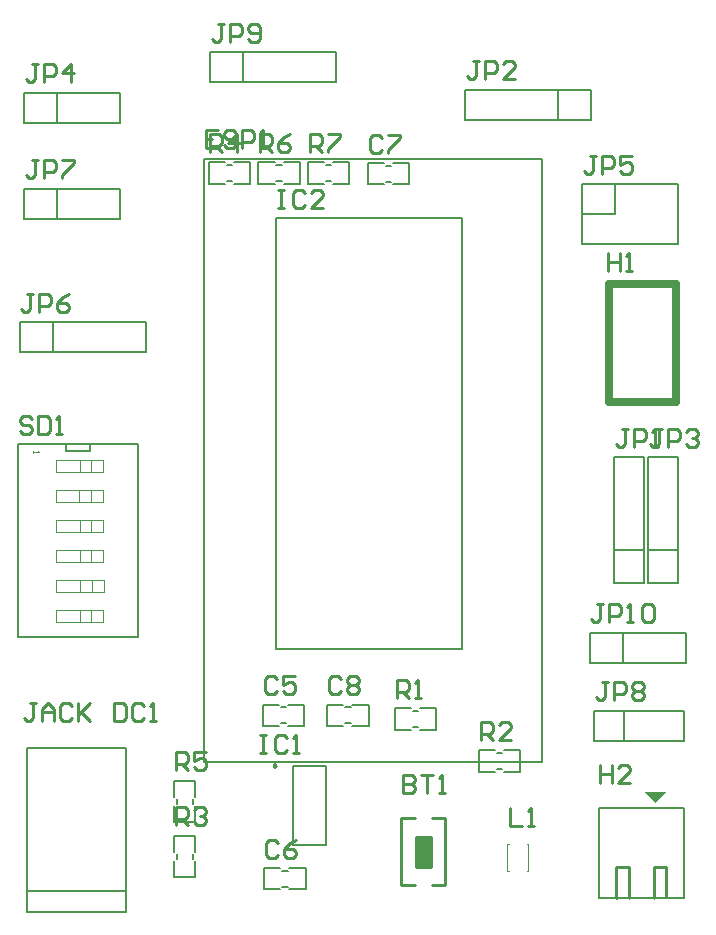
<source format=gto>
G04*
G04 #@! TF.GenerationSoftware,Altium Limited,Altium Designer,22.10.1 (41)*
G04*
G04 Layer_Color=65535*
%FSLAX44Y44*%
%MOMM*%
G71*
G04*
G04 #@! TF.SameCoordinates,8F1CFC92-A969-465F-A5A2-9E5291BB03E1*
G04*
G04*
G04 #@! TF.FilePolarity,Positive*
G04*
G01*
G75*
%ADD10C,0.2500*%
%ADD11C,0.2540*%
%ADD12C,0.2000*%
%ADD13C,0.0381*%
%ADD14C,0.1778*%
%ADD15C,0.1016*%
%ADD16C,0.6350*%
%ADD17R,1.2700X2.5400*%
G36*
X556387Y115443D02*
X538353D01*
X547243Y106553D01*
Y106299D01*
X556387Y115443D01*
D02*
G37*
D10*
X226250Y137640D02*
X224375Y138723D01*
Y136558D01*
X226250Y137640D01*
D11*
X514350Y26162D02*
X514096Y25908D01*
Y26416D02*
X514350Y26162D01*
X556260Y51562D02*
X556006Y51816D01*
X331978Y36576D02*
X343408D01*
X357632D02*
X369062D01*
Y92964D01*
X331978Y36576D02*
Y92964D01*
X344170Y52070D02*
Y77470D01*
X356870D01*
Y52070D02*
Y77470D01*
X344170Y52070D02*
X356870D01*
X331978Y92964D02*
X343408D01*
X357632D02*
X369062D01*
X514096Y26416D02*
Y51562D01*
X524510D01*
Y25654D02*
Y51562D01*
X546100Y25908D02*
Y51816D01*
X556514D01*
Y26416D02*
Y51816D01*
X24381Y731261D02*
X19302D01*
X21841D01*
Y718565D01*
X19302Y716026D01*
X16763D01*
X14224Y718565D01*
X29459Y716026D02*
Y731261D01*
X37077D01*
X39616Y728722D01*
Y723643D01*
X37077Y721104D01*
X29459D01*
X52312Y716026D02*
Y731261D01*
X44694Y723643D01*
X54851D01*
X503171Y274061D02*
X498092D01*
X500631D01*
Y261365D01*
X498092Y258826D01*
X495553D01*
X493014Y261365D01*
X508249Y258826D02*
Y274061D01*
X515867D01*
X518406Y271522D01*
Y266444D01*
X515867Y263904D01*
X508249D01*
X523484Y258826D02*
X528563D01*
X526023D01*
Y274061D01*
X523484Y271522D01*
X536180D02*
X538719Y274061D01*
X543798D01*
X546337Y271522D01*
Y261365D01*
X543798Y258826D01*
X538719D01*
X536180Y261365D01*
Y271522D01*
X19301Y431288D02*
X16761Y433827D01*
X11683D01*
X9144Y431288D01*
Y428749D01*
X11683Y426209D01*
X16761D01*
X19301Y423670D01*
Y421131D01*
X16761Y418592D01*
X11683D01*
X9144Y421131D01*
X24379Y433827D02*
Y418592D01*
X31997D01*
X34536Y421131D01*
Y431288D01*
X31997Y433827D01*
X24379D01*
X39614Y418592D02*
X44693D01*
X42153D01*
Y433827D01*
X39614Y431288D01*
X254508Y657098D02*
Y672333D01*
X262125D01*
X264665Y669794D01*
Y664715D01*
X262125Y662176D01*
X254508D01*
X259586D02*
X264665Y657098D01*
X269743Y672333D02*
X279900D01*
Y669794D01*
X269743Y659637D01*
Y657098D01*
X212344D02*
Y672333D01*
X219961D01*
X222501Y669794D01*
Y664715D01*
X219961Y662176D01*
X212344D01*
X217422D02*
X222501Y657098D01*
X237736Y672333D02*
X232657Y669794D01*
X227579Y664715D01*
Y659637D01*
X230118Y657098D01*
X235197D01*
X237736Y659637D01*
Y662176D01*
X235197Y664715D01*
X227579D01*
X140970Y133604D02*
Y148839D01*
X148588D01*
X151127Y146300D01*
Y141222D01*
X148588Y138682D01*
X140970D01*
X146048D02*
X151127Y133604D01*
X166362Y148839D02*
X156205D01*
Y141222D01*
X161283Y143761D01*
X163823D01*
X166362Y141222D01*
Y136143D01*
X163823Y133604D01*
X158744D01*
X156205Y136143D01*
X170434Y657098D02*
Y672333D01*
X178051D01*
X180591Y669794D01*
Y664715D01*
X178051Y662176D01*
X170434D01*
X175512D02*
X180591Y657098D01*
X193287D02*
Y672333D01*
X185669Y664715D01*
X195826D01*
X141070Y87122D02*
Y102357D01*
X148688D01*
X151227Y99818D01*
Y94740D01*
X148688Y92200D01*
X141070D01*
X146148D02*
X151227Y87122D01*
X156305Y99818D02*
X158844Y102357D01*
X163923D01*
X166462Y99818D01*
Y97279D01*
X163923Y94740D01*
X161383D01*
X163923D01*
X166462Y92200D01*
Y89661D01*
X163923Y87122D01*
X158844D01*
X156305Y89661D01*
X399288Y159258D02*
Y174493D01*
X406906D01*
X409445Y171954D01*
Y166875D01*
X406906Y164336D01*
X399288D01*
X404366D02*
X409445Y159258D01*
X424680D02*
X414523D01*
X424680Y169415D01*
Y171954D01*
X422141Y174493D01*
X417062D01*
X414523Y171954D01*
X328168Y194818D02*
Y210053D01*
X335785D01*
X338325Y207514D01*
Y202435D01*
X335785Y199896D01*
X328168D01*
X333246D02*
X338325Y194818D01*
X343403D02*
X348481D01*
X345942D01*
Y210053D01*
X343403Y207514D01*
X423672Y101341D02*
Y86106D01*
X433829D01*
X438907D02*
X443985D01*
X441446D01*
Y101341D01*
X438907Y98802D01*
X181861Y765551D02*
X176782D01*
X179321D01*
Y752855D01*
X176782Y750316D01*
X174243D01*
X171704Y752855D01*
X186939Y750316D02*
Y765551D01*
X194557D01*
X197096Y763012D01*
Y757934D01*
X194557Y755394D01*
X186939D01*
X202174Y752855D02*
X204713Y750316D01*
X209792D01*
X212331Y752855D01*
Y763012D01*
X209792Y765551D01*
X204713D01*
X202174Y763012D01*
Y760473D01*
X204713Y757934D01*
X212331D01*
X506981Y208021D02*
X501902D01*
X504441D01*
Y195325D01*
X501902Y192786D01*
X499363D01*
X496824Y195325D01*
X512059Y192786D02*
Y208021D01*
X519677D01*
X522216Y205482D01*
Y200403D01*
X519677Y197864D01*
X512059D01*
X527294Y205482D02*
X529833Y208021D01*
X534912D01*
X537451Y205482D01*
Y202943D01*
X534912Y200403D01*
X537451Y197864D01*
Y195325D01*
X534912Y192786D01*
X529833D01*
X527294Y195325D01*
Y197864D01*
X529833Y200403D01*
X527294Y202943D01*
Y205482D01*
X529833Y200403D02*
X534912D01*
X24381Y649981D02*
X19302D01*
X21841D01*
Y637285D01*
X19302Y634746D01*
X16763D01*
X14224Y637285D01*
X29459Y634746D02*
Y649981D01*
X37077D01*
X39616Y647442D01*
Y642364D01*
X37077Y639824D01*
X29459D01*
X44694Y649981D02*
X54851D01*
Y647442D01*
X44694Y637285D01*
Y634746D01*
X20571Y536951D02*
X15492D01*
X18032D01*
Y524255D01*
X15492Y521716D01*
X12953D01*
X10414Y524255D01*
X25649Y521716D02*
Y536951D01*
X33267D01*
X35806Y534412D01*
Y529333D01*
X33267Y526794D01*
X25649D01*
X51041Y536951D02*
X45963Y534412D01*
X40884Y529333D01*
Y524255D01*
X43423Y521716D01*
X48502D01*
X51041Y524255D01*
Y526794D01*
X48502Y529333D01*
X40884D01*
X496821Y653791D02*
X491742D01*
X494282D01*
Y641095D01*
X491742Y638556D01*
X489203D01*
X486664Y641095D01*
X501899Y638556D02*
Y653791D01*
X509517D01*
X512056Y651252D01*
Y646173D01*
X509517Y643634D01*
X501899D01*
X527291Y653791D02*
X517134D01*
Y646173D01*
X522212Y648713D01*
X524752D01*
X527291Y646173D01*
Y641095D01*
X524752Y638556D01*
X519673D01*
X517134Y641095D01*
X552701Y422651D02*
X547622D01*
X550162D01*
Y409955D01*
X547622Y407416D01*
X545083D01*
X542544Y409955D01*
X557779Y407416D02*
Y422651D01*
X565397D01*
X567936Y420112D01*
Y415033D01*
X565397Y412494D01*
X557779D01*
X573014Y420112D02*
X575553Y422651D01*
X580632D01*
X583171Y420112D01*
Y417573D01*
X580632Y415033D01*
X578092D01*
X580632D01*
X583171Y412494D01*
Y409955D01*
X580632Y407416D01*
X575553D01*
X573014Y409955D01*
X397761Y733801D02*
X392682D01*
X395221D01*
Y721105D01*
X392682Y718566D01*
X390143D01*
X387604Y721105D01*
X402839Y718566D02*
Y733801D01*
X410457D01*
X412996Y731262D01*
Y726183D01*
X410457Y723644D01*
X402839D01*
X428231Y718566D02*
X418074D01*
X428231Y728723D01*
Y731262D01*
X425692Y733801D01*
X420613D01*
X418074Y731262D01*
X523999Y422905D02*
X518920D01*
X521460D01*
Y410209D01*
X518920Y407670D01*
X516381D01*
X513842Y410209D01*
X529077Y407670D02*
Y422905D01*
X536695D01*
X539234Y420366D01*
Y415288D01*
X536695Y412748D01*
X529077D01*
X544312Y407670D02*
X549390D01*
X546851D01*
Y422905D01*
X544312Y420366D01*
X23111Y190241D02*
X18032D01*
X20571D01*
Y177545D01*
X18032Y175006D01*
X15493D01*
X12954Y177545D01*
X28189Y175006D02*
Y185163D01*
X33267Y190241D01*
X38346Y185163D01*
Y175006D01*
Y182624D01*
X28189D01*
X53581Y187702D02*
X51042Y190241D01*
X45963D01*
X43424Y187702D01*
Y177545D01*
X45963Y175006D01*
X51042D01*
X53581Y177545D01*
X58659Y190241D02*
Y175006D01*
Y180084D01*
X68816Y190241D01*
X61198Y182624D01*
X68816Y175006D01*
X89129Y190241D02*
Y175006D01*
X96747D01*
X99286Y177545D01*
Y187702D01*
X96747Y190241D01*
X89129D01*
X114521Y187702D02*
X111982Y190241D01*
X106904D01*
X104364Y187702D01*
Y177545D01*
X106904Y175006D01*
X111982D01*
X114521Y177545D01*
X119600Y175006D02*
X124678D01*
X122139D01*
Y190241D01*
X119600Y187702D01*
X227584Y625089D02*
X232662D01*
X230123D01*
Y609854D01*
X227584D01*
X232662D01*
X250437Y622550D02*
X247897Y625089D01*
X242819D01*
X240280Y622550D01*
Y612393D01*
X242819Y609854D01*
X247897D01*
X250437Y612393D01*
X265672Y609854D02*
X255515D01*
X265672Y620011D01*
Y622550D01*
X263132Y625089D01*
X258054D01*
X255515Y622550D01*
X212598Y163571D02*
X217676D01*
X215137D01*
Y148336D01*
X212598D01*
X217676D01*
X235451Y161032D02*
X232911Y163571D01*
X227833D01*
X225294Y161032D01*
Y150875D01*
X227833Y148336D01*
X232911D01*
X235451Y150875D01*
X240529Y148336D02*
X245607D01*
X243068D01*
Y163571D01*
X240529Y161032D01*
X500634Y138171D02*
Y122936D01*
Y130554D01*
X510791D01*
Y138171D01*
Y122936D01*
X526026D02*
X515869D01*
X526026Y133093D01*
Y135632D01*
X523487Y138171D01*
X518408D01*
X515869Y135632D01*
X506984Y571495D02*
Y556260D01*
Y563877D01*
X517141D01*
Y571495D01*
Y556260D01*
X522219D02*
X527297D01*
X524758D01*
Y571495D01*
X522219Y568956D01*
X176781Y675381D02*
X166624D01*
Y660146D01*
X176781D01*
X166624Y667764D02*
X171702D01*
X192016Y672842D02*
X189477Y675381D01*
X184398D01*
X181859Y672842D01*
Y670303D01*
X184398Y667764D01*
X189477D01*
X192016Y665224D01*
Y662685D01*
X189477Y660146D01*
X184398D01*
X181859Y662685D01*
X197094Y660146D02*
Y675381D01*
X204712D01*
X207251Y672842D01*
Y667764D01*
X204712Y665224D01*
X197094D01*
X212329Y660146D02*
X217408D01*
X214868D01*
Y675381D01*
X212329Y672842D01*
X281175Y210562D02*
X278636Y213101D01*
X273557D01*
X271018Y210562D01*
Y200405D01*
X273557Y197866D01*
X278636D01*
X281175Y200405D01*
X286253Y210562D02*
X288792Y213101D01*
X293871D01*
X296410Y210562D01*
Y208023D01*
X293871Y205483D01*
X296410Y202944D01*
Y200405D01*
X293871Y197866D01*
X288792D01*
X286253Y200405D01*
Y202944D01*
X288792Y205483D01*
X286253Y208023D01*
Y210562D01*
X288792Y205483D02*
X293871D01*
X315465Y669032D02*
X312925Y671571D01*
X307847D01*
X305308Y669032D01*
Y658875D01*
X307847Y656336D01*
X312925D01*
X315465Y658875D01*
X320543Y671571D02*
X330700D01*
Y669032D01*
X320543Y658875D01*
Y656336D01*
X227835Y72132D02*
X225296Y74671D01*
X220217D01*
X217678Y72132D01*
Y61975D01*
X220217Y59436D01*
X225296D01*
X227835Y61975D01*
X243070Y74671D02*
X237991Y72132D01*
X232913Y67053D01*
Y61975D01*
X235452Y59436D01*
X240531D01*
X243070Y61975D01*
Y64514D01*
X240531Y67053D01*
X232913D01*
X226565Y210562D02*
X224025Y213101D01*
X218947D01*
X216408Y210562D01*
Y200405D01*
X218947Y197866D01*
X224025D01*
X226565Y200405D01*
X241800Y213101D02*
X231643D01*
Y205483D01*
X236721Y208023D01*
X239261D01*
X241800Y205483D01*
Y200405D01*
X239261Y197866D01*
X234182D01*
X231643Y200405D01*
X333248Y129535D02*
Y114300D01*
X340866D01*
X343405Y116839D01*
Y119378D01*
X340866Y121917D01*
X333248D01*
X340866D01*
X343405Y124457D01*
Y126996D01*
X340866Y129535D01*
X333248D01*
X348483D02*
X358640D01*
X353561D01*
Y114300D01*
X363718D02*
X368797D01*
X366257D01*
Y129535D01*
X363718Y126996D01*
D12*
X165100Y651510D02*
X314960D01*
X450850D01*
Y140970D02*
Y651510D01*
X165100Y140970D02*
X450850D01*
X165100D02*
Y651510D01*
X226060Y601240D02*
X383540D01*
X226060Y236750D02*
Y601240D01*
Y236750D02*
X383540D01*
Y399045D01*
Y385340D02*
Y601240D01*
X40640Y681990D02*
Y707390D01*
X12741Y681990D02*
Y707390D01*
X93941D01*
Y681990D02*
Y707390D01*
X12741Y681990D02*
X93941D01*
X139546Y124884D02*
X157580D01*
X139546Y111052D02*
Y124884D01*
X157580Y111052D02*
Y124884D01*
Y89884D02*
Y103302D01*
X139546Y89884D02*
X157580D01*
X139546D02*
Y103302D01*
Y78460D02*
X157580D01*
X139546Y64628D02*
Y78460D01*
X157580Y64628D02*
Y78460D01*
Y43460D02*
Y56878D01*
X139546Y43460D02*
X157580D01*
X139546D02*
Y56878D01*
X520700Y158750D02*
Y184150D01*
X495300Y158750D02*
Y184150D01*
X571500D01*
Y158750D02*
Y184150D01*
X495300Y158750D02*
X571500D01*
X326670Y168148D02*
Y186182D01*
Y168148D02*
X340502D01*
X326670Y186182D02*
X340502D01*
X348252D02*
X361670D01*
Y168148D02*
Y186182D01*
X348252Y168148D02*
X361670D01*
X269494Y171450D02*
X282938D01*
X290688D02*
X304546D01*
X290688Y189230D02*
X304546D01*
X269494D02*
X282938D01*
X304546Y171450D02*
Y189230D01*
X269494Y171450D02*
Y189230D01*
X236492D02*
X249936D01*
X214884D02*
X228742D01*
X214884Y171450D02*
X228742D01*
X236492D02*
X249936D01*
X214884D02*
Y189230D01*
X249936Y171450D02*
Y189230D01*
X397790Y132588D02*
Y150622D01*
Y132588D02*
X411622D01*
X397790Y150622D02*
X411622D01*
X419372D02*
X432790D01*
Y132588D02*
Y150622D01*
X419372Y132588D02*
X432790D01*
X491531Y224790D02*
X572731D01*
Y250190D01*
X491531D02*
X572731D01*
X491531Y224790D02*
Y250190D01*
X519430Y224790D02*
Y250190D01*
X541020Y398742D02*
X566420D01*
Y292142D02*
Y398742D01*
X541020Y292142D02*
Y398742D01*
Y292142D02*
X566420D01*
X541020Y320040D02*
X566420D01*
X512228Y399050D02*
X537628D01*
Y292449D02*
Y399050D01*
X512228Y292449D02*
Y399050D01*
Y292449D02*
X537628D01*
X512228Y320348D02*
X537628D01*
X386118Y684530D02*
Y709930D01*
X492718D01*
X386118Y684530D02*
X492718D01*
Y709930D01*
X464820Y684530D02*
Y709930D01*
X485182Y629920D02*
X566382D01*
Y579120D02*
Y629920D01*
X485182Y579120D02*
X566382D01*
X485182D02*
Y629920D01*
Y604520D02*
X513080D01*
Y629920D01*
X115532Y487680D02*
Y513080D01*
X8932Y487680D02*
X115532D01*
X8932Y513080D02*
X115532D01*
X8932Y487680D02*
Y513080D01*
X36830Y487680D02*
Y513080D01*
X12741Y600710D02*
X93941D01*
Y626110D01*
X12741D02*
X93941D01*
X12741Y600710D02*
Y626110D01*
X40640Y600710D02*
Y626110D01*
X240000Y70640D02*
Y137640D01*
X268000Y70640D02*
Y137640D01*
X240000D02*
X268000D01*
X240000Y70640D02*
X268000D01*
X216154Y33020D02*
X229598D01*
X237348D02*
X251206D01*
X237348Y50800D02*
X251206D01*
X216154D02*
X229598D01*
X251206Y33020D02*
Y50800D01*
X216154Y33020D02*
Y50800D01*
X168850Y630428D02*
Y648462D01*
Y630428D02*
X182682D01*
X168850Y648462D02*
X182682D01*
X190432D02*
X203850D01*
Y630428D02*
Y648462D01*
X190432Y630428D02*
X203850D01*
X303784Y629920D02*
X317228D01*
X324978D02*
X338836D01*
X324978Y647700D02*
X338836D01*
X303784D02*
X317228D01*
X338836Y629920D02*
Y647700D01*
X303784Y629920D02*
Y647700D01*
X276822Y716280D02*
Y741680D01*
X170222Y716280D02*
X276822D01*
X170222Y741680D02*
X276822D01*
X170222Y716280D02*
Y741680D01*
X198120Y716280D02*
Y741680D01*
X210930Y630428D02*
Y648462D01*
Y630428D02*
X224762D01*
X210930Y648462D02*
X224762D01*
X232512D02*
X245930D01*
Y630428D02*
Y648462D01*
X232512Y630428D02*
X245930D01*
X253010D02*
Y648462D01*
Y630428D02*
X266842D01*
X253010Y648462D02*
X266842D01*
X274592D02*
X288010D01*
Y630428D02*
Y648462D01*
X274592Y630428D02*
X288010D01*
X499110Y102108D02*
X570992D01*
X499110Y25400D02*
Y102108D01*
Y25400D02*
X570992D01*
Y102108D01*
D13*
X79944Y284560D02*
Y294560D01*
X39944Y284560D02*
X79944D01*
X39944D02*
Y294560D01*
X79944D01*
X59944Y284560D02*
Y294560D01*
X69944Y284560D02*
Y294560D01*
X79690Y259160D02*
Y269160D01*
X39690Y259160D02*
X79690D01*
X39690D02*
Y269160D01*
X79690D01*
X59690Y259160D02*
Y269160D01*
X69690Y259160D02*
Y269160D01*
X79690Y309960D02*
Y319960D01*
X39690Y309960D02*
X79690D01*
X39690D02*
Y319960D01*
X79690D01*
X59690Y309960D02*
Y319960D01*
X69690Y309960D02*
Y319960D01*
X79690Y386160D02*
Y396160D01*
X39690Y386160D02*
X79690D01*
X39690D02*
Y396160D01*
X79690D01*
X59690Y386160D02*
Y396160D01*
X69690Y386160D02*
Y396160D01*
X79436Y360760D02*
Y370760D01*
X39436Y360760D02*
X79436D01*
X39436D02*
Y370760D01*
X79436D01*
X59436Y360760D02*
Y370760D01*
X69436Y360760D02*
Y370760D01*
X79690Y335360D02*
Y345360D01*
X39690Y335360D02*
X79690D01*
X39690D02*
Y345360D01*
X79690D01*
X59690Y335360D02*
Y345360D01*
X69690Y335360D02*
Y345360D01*
D14*
X7620Y409702D02*
X7874Y409956D01*
X52070D01*
X64770D02*
X109220D01*
Y246380D02*
Y409956D01*
X7620Y246380D02*
X109220D01*
X7620D02*
Y409702D01*
X68326D02*
X68580Y409956D01*
X68326Y403606D02*
Y409702D01*
X48514Y403606D02*
X68326D01*
X48514D02*
Y409956D01*
X37973D02*
X79756D01*
X155448Y105056D02*
Y109628D01*
X141732Y105056D02*
Y109628D01*
X155448Y58632D02*
Y63204D01*
X141732Y58632D02*
Y63204D01*
X341926Y184050D02*
X346498D01*
X341926Y170334D02*
X346498D01*
X284692Y173516D02*
X289264D01*
X284692Y187232D02*
X289264D01*
X230166Y187164D02*
X234738D01*
X230166Y173448D02*
X234738D01*
X413046Y148490D02*
X417618D01*
X413046Y134774D02*
X417618D01*
X231352Y35086D02*
X235924D01*
X231352Y48802D02*
X235924D01*
X184106Y646330D02*
X188678D01*
X184106Y632614D02*
X188678D01*
X318982Y631986D02*
X323554D01*
X318982Y645702D02*
X323554D01*
X226186Y646330D02*
X230758D01*
X226186Y632614D02*
X230758D01*
X268266Y646330D02*
X272838D01*
X268266Y632614D02*
X272838D01*
X15240Y31750D02*
X99060D01*
Y13970D02*
Y152400D01*
X15240Y13970D02*
Y152400D01*
X99060D01*
X15240Y13970D02*
X99060D01*
D15*
X421640Y71120D02*
X422910D01*
X421640Y48260D02*
Y71120D01*
Y48260D02*
X422910D01*
X438150Y71120D02*
X439420D01*
Y48260D02*
Y71120D01*
X438150Y48260D02*
X439420D01*
X19812Y404368D02*
Y402675D01*
Y403522D01*
X24890D01*
X24044Y404368D01*
D16*
X507690Y445100D02*
X564890D01*
X507690D02*
Y545500D01*
X564890D01*
Y445100D02*
Y545500D01*
D17*
X350520Y64770D02*
D03*
M02*

</source>
